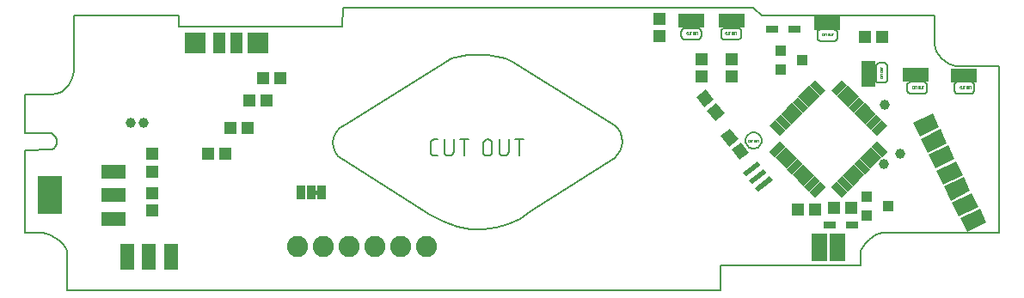
<source format=gts>
G75*
%MOIN*%
%OFA0B0*%
%FSLAX25Y25*%
%IPPOS*%
%LPD*%
%AMOC8*
5,1,8,0,0,1.08239X$1,22.5*
%
%ADD10C,0.00600*%
%ADD11C,0.00500*%
%ADD12C,0.00800*%
%ADD13C,0.00000*%
%ADD14R,0.04737X0.05131*%
%ADD15R,0.05052X0.04934*%
%ADD16R,0.05131X0.04737*%
%ADD17C,0.08200*%
%ADD18R,0.09600X0.05600*%
%ADD19R,0.09461X0.14973*%
%ADD20R,0.04343X0.03950*%
%ADD21R,0.10300X0.05300*%
%ADD22R,0.06200X0.10800*%
%ADD23R,0.05300X0.10300*%
%ADD24R,0.05957X0.08398*%
%ADD25R,0.04934X0.08477*%
%ADD26R,0.08477X0.08477*%
%ADD27R,0.05800X0.03000*%
%ADD28R,0.03000X0.05800*%
%ADD29R,0.07099X0.01981*%
%ADD30R,0.04737X0.03162*%
%ADD31R,0.03300X0.05800*%
%ADD32C,0.03950*%
D10*
X0017703Y0038877D02*
X0017703Y0053068D01*
X0017473Y0054223D01*
X0016826Y0055511D01*
X0015826Y0056843D01*
X0014540Y0058131D01*
X0013031Y0059287D01*
X0011367Y0060221D01*
X0009609Y0060847D01*
X0007826Y0061075D01*
X0001300Y0061075D01*
X0001300Y0093285D01*
X0011489Y0093363D01*
X0012380Y0093845D01*
X0013016Y0094600D01*
X0013395Y0095536D01*
X0013520Y0096561D01*
X0013391Y0097585D01*
X0013008Y0098513D01*
X0012374Y0099256D01*
X0011489Y0099720D01*
X0001300Y0099735D01*
X0001300Y0114803D02*
X0011489Y0114803D01*
X0013651Y0115090D01*
X0015486Y0115887D01*
X0017005Y0117096D01*
X0018220Y0118620D01*
X0019144Y0120362D01*
X0019789Y0122225D01*
X0020167Y0124111D01*
X0020291Y0125924D01*
X0020291Y0145461D01*
X0060762Y0145461D02*
X0060762Y0141013D01*
X0124178Y0141164D01*
X0124439Y0148568D01*
X0283611Y0148568D01*
X0286803Y0145461D01*
X0353849Y0145461D01*
X0353872Y0134183D01*
X0354104Y0132969D01*
X0354668Y0131631D01*
X0355516Y0130256D01*
X0356599Y0128933D01*
X0357869Y0127750D01*
X0359276Y0126796D01*
X0360773Y0126160D01*
X0362309Y0125929D01*
X0362585Y0125935D01*
X0378794Y0125924D01*
X0378794Y0061075D01*
X0333600Y0061075D01*
X0332610Y0060907D01*
X0331351Y0060421D01*
X0329946Y0059641D01*
X0328519Y0058595D01*
X0327194Y0057307D01*
X0326094Y0055804D01*
X0325344Y0054111D01*
X0325066Y0052254D01*
X0325066Y0048361D01*
X0270858Y0048361D01*
X0270858Y0038877D01*
X0017703Y0038877D01*
X0122690Y0090966D02*
X0124225Y0089783D01*
X0158265Y0068189D01*
X0163523Y0065449D01*
X0168754Y0063607D01*
X0173919Y0062628D01*
X0178974Y0062478D01*
X0183880Y0063119D01*
X0188596Y0064518D01*
X0193079Y0066639D01*
X0197289Y0069447D01*
X0229895Y0090159D01*
X0230978Y0091402D01*
X0231843Y0092915D01*
X0232442Y0094612D01*
X0232729Y0096404D01*
X0232659Y0098204D01*
X0232183Y0099923D01*
X0231257Y0101475D01*
X0229833Y0102771D01*
X0190100Y0127595D01*
X0187592Y0128804D01*
X0184372Y0129643D01*
X0180700Y0130126D01*
X0176836Y0130263D01*
X0173041Y0130067D01*
X0169574Y0129549D01*
X0166698Y0128721D01*
X0164671Y0127595D01*
X0125405Y0103236D01*
X0123317Y0101738D01*
X0121857Y0099993D01*
X0120989Y0098097D01*
X0120674Y0096150D01*
X0120878Y0094247D01*
X0121562Y0092486D01*
X0122690Y0090966D01*
X0158497Y0092431D02*
X0158497Y0095986D01*
X0158499Y0096060D01*
X0158505Y0096135D01*
X0158515Y0096208D01*
X0158528Y0096282D01*
X0158545Y0096354D01*
X0158567Y0096425D01*
X0158591Y0096496D01*
X0158620Y0096564D01*
X0158652Y0096632D01*
X0158688Y0096697D01*
X0158726Y0096760D01*
X0158769Y0096822D01*
X0158814Y0096881D01*
X0158862Y0096937D01*
X0158913Y0096992D01*
X0158967Y0097043D01*
X0159024Y0097091D01*
X0159083Y0097136D01*
X0159145Y0097179D01*
X0159208Y0097217D01*
X0159273Y0097253D01*
X0159341Y0097285D01*
X0159409Y0097314D01*
X0159480Y0097338D01*
X0159551Y0097360D01*
X0159623Y0097377D01*
X0159697Y0097390D01*
X0159770Y0097400D01*
X0159845Y0097406D01*
X0159919Y0097408D01*
X0161341Y0097408D01*
X0163846Y0097408D02*
X0163846Y0092786D01*
X0163848Y0092703D01*
X0163854Y0092620D01*
X0163864Y0092537D01*
X0163877Y0092454D01*
X0163895Y0092373D01*
X0163916Y0092292D01*
X0163941Y0092213D01*
X0163970Y0092135D01*
X0164002Y0092058D01*
X0164038Y0091983D01*
X0164077Y0091909D01*
X0164120Y0091838D01*
X0164166Y0091768D01*
X0164216Y0091701D01*
X0164268Y0091636D01*
X0164323Y0091574D01*
X0164382Y0091514D01*
X0164443Y0091457D01*
X0164506Y0091403D01*
X0164572Y0091352D01*
X0164641Y0091305D01*
X0164711Y0091260D01*
X0164784Y0091219D01*
X0164858Y0091182D01*
X0164934Y0091147D01*
X0165012Y0091117D01*
X0165090Y0091090D01*
X0165171Y0091067D01*
X0165252Y0091047D01*
X0165334Y0091032D01*
X0165416Y0091020D01*
X0165499Y0091012D01*
X0165582Y0091008D01*
X0165666Y0091008D01*
X0165749Y0091012D01*
X0165832Y0091020D01*
X0165914Y0091032D01*
X0165996Y0091047D01*
X0166077Y0091067D01*
X0166158Y0091090D01*
X0166236Y0091117D01*
X0166314Y0091147D01*
X0166390Y0091182D01*
X0166464Y0091219D01*
X0166537Y0091260D01*
X0166607Y0091305D01*
X0166676Y0091352D01*
X0166742Y0091403D01*
X0166805Y0091457D01*
X0166866Y0091514D01*
X0166925Y0091574D01*
X0166980Y0091636D01*
X0167032Y0091701D01*
X0167082Y0091768D01*
X0167128Y0091838D01*
X0167171Y0091909D01*
X0167210Y0091983D01*
X0167246Y0092058D01*
X0167278Y0092135D01*
X0167307Y0092213D01*
X0167332Y0092292D01*
X0167353Y0092373D01*
X0167371Y0092454D01*
X0167384Y0092537D01*
X0167394Y0092620D01*
X0167400Y0092703D01*
X0167402Y0092786D01*
X0167401Y0092786D02*
X0167401Y0097408D01*
X0169795Y0097408D02*
X0173350Y0097408D01*
X0171573Y0097408D02*
X0171573Y0091008D01*
X0178821Y0092786D02*
X0178821Y0095631D01*
X0178820Y0095631D02*
X0178822Y0095714D01*
X0178828Y0095797D01*
X0178838Y0095880D01*
X0178851Y0095963D01*
X0178869Y0096044D01*
X0178890Y0096125D01*
X0178915Y0096204D01*
X0178944Y0096282D01*
X0178976Y0096359D01*
X0179012Y0096434D01*
X0179051Y0096508D01*
X0179094Y0096579D01*
X0179140Y0096649D01*
X0179190Y0096716D01*
X0179242Y0096781D01*
X0179297Y0096843D01*
X0179356Y0096903D01*
X0179417Y0096960D01*
X0179480Y0097014D01*
X0179546Y0097065D01*
X0179615Y0097112D01*
X0179685Y0097157D01*
X0179758Y0097198D01*
X0179832Y0097235D01*
X0179908Y0097270D01*
X0179986Y0097300D01*
X0180064Y0097327D01*
X0180145Y0097350D01*
X0180226Y0097370D01*
X0180308Y0097385D01*
X0180390Y0097397D01*
X0180473Y0097405D01*
X0180556Y0097409D01*
X0180640Y0097409D01*
X0180723Y0097405D01*
X0180806Y0097397D01*
X0180888Y0097385D01*
X0180970Y0097370D01*
X0181051Y0097350D01*
X0181132Y0097327D01*
X0181210Y0097300D01*
X0181288Y0097270D01*
X0181364Y0097235D01*
X0181438Y0097198D01*
X0181511Y0097157D01*
X0181581Y0097112D01*
X0181650Y0097065D01*
X0181716Y0097014D01*
X0181779Y0096960D01*
X0181840Y0096903D01*
X0181899Y0096843D01*
X0181954Y0096781D01*
X0182006Y0096716D01*
X0182056Y0096649D01*
X0182102Y0096579D01*
X0182145Y0096508D01*
X0182184Y0096434D01*
X0182220Y0096359D01*
X0182252Y0096282D01*
X0182281Y0096204D01*
X0182306Y0096125D01*
X0182327Y0096044D01*
X0182345Y0095963D01*
X0182358Y0095880D01*
X0182368Y0095797D01*
X0182374Y0095714D01*
X0182376Y0095631D01*
X0182376Y0092786D01*
X0182374Y0092703D01*
X0182368Y0092620D01*
X0182358Y0092537D01*
X0182345Y0092454D01*
X0182327Y0092373D01*
X0182306Y0092292D01*
X0182281Y0092213D01*
X0182252Y0092135D01*
X0182220Y0092058D01*
X0182184Y0091983D01*
X0182145Y0091909D01*
X0182102Y0091838D01*
X0182056Y0091768D01*
X0182006Y0091701D01*
X0181954Y0091636D01*
X0181899Y0091574D01*
X0181840Y0091514D01*
X0181779Y0091457D01*
X0181716Y0091403D01*
X0181650Y0091352D01*
X0181581Y0091305D01*
X0181511Y0091260D01*
X0181438Y0091219D01*
X0181364Y0091182D01*
X0181288Y0091147D01*
X0181210Y0091117D01*
X0181132Y0091090D01*
X0181051Y0091067D01*
X0180970Y0091047D01*
X0180888Y0091032D01*
X0180806Y0091020D01*
X0180723Y0091012D01*
X0180640Y0091008D01*
X0180556Y0091008D01*
X0180473Y0091012D01*
X0180390Y0091020D01*
X0180308Y0091032D01*
X0180226Y0091047D01*
X0180145Y0091067D01*
X0180064Y0091090D01*
X0179986Y0091117D01*
X0179908Y0091147D01*
X0179832Y0091182D01*
X0179758Y0091219D01*
X0179685Y0091260D01*
X0179615Y0091305D01*
X0179546Y0091352D01*
X0179480Y0091403D01*
X0179417Y0091457D01*
X0179356Y0091514D01*
X0179297Y0091574D01*
X0179242Y0091636D01*
X0179190Y0091701D01*
X0179140Y0091768D01*
X0179094Y0091838D01*
X0179051Y0091909D01*
X0179012Y0091983D01*
X0178976Y0092058D01*
X0178944Y0092135D01*
X0178915Y0092213D01*
X0178890Y0092292D01*
X0178869Y0092373D01*
X0178851Y0092454D01*
X0178838Y0092537D01*
X0178828Y0092620D01*
X0178822Y0092703D01*
X0178820Y0092786D01*
X0185180Y0092786D02*
X0185180Y0097408D01*
X0188735Y0097408D02*
X0188735Y0092786D01*
X0188736Y0092786D02*
X0188734Y0092703D01*
X0188728Y0092620D01*
X0188718Y0092537D01*
X0188705Y0092454D01*
X0188687Y0092373D01*
X0188666Y0092292D01*
X0188641Y0092213D01*
X0188612Y0092135D01*
X0188580Y0092058D01*
X0188544Y0091983D01*
X0188505Y0091909D01*
X0188462Y0091838D01*
X0188416Y0091768D01*
X0188366Y0091701D01*
X0188314Y0091636D01*
X0188259Y0091574D01*
X0188200Y0091514D01*
X0188139Y0091457D01*
X0188076Y0091403D01*
X0188010Y0091352D01*
X0187941Y0091305D01*
X0187871Y0091260D01*
X0187798Y0091219D01*
X0187724Y0091182D01*
X0187648Y0091147D01*
X0187570Y0091117D01*
X0187492Y0091090D01*
X0187411Y0091067D01*
X0187330Y0091047D01*
X0187248Y0091032D01*
X0187166Y0091020D01*
X0187083Y0091012D01*
X0187000Y0091008D01*
X0186916Y0091008D01*
X0186833Y0091012D01*
X0186750Y0091020D01*
X0186668Y0091032D01*
X0186586Y0091047D01*
X0186505Y0091067D01*
X0186424Y0091090D01*
X0186346Y0091117D01*
X0186268Y0091147D01*
X0186192Y0091182D01*
X0186118Y0091219D01*
X0186045Y0091260D01*
X0185975Y0091305D01*
X0185906Y0091352D01*
X0185840Y0091403D01*
X0185777Y0091457D01*
X0185716Y0091514D01*
X0185657Y0091574D01*
X0185602Y0091636D01*
X0185550Y0091701D01*
X0185500Y0091768D01*
X0185454Y0091838D01*
X0185411Y0091909D01*
X0185372Y0091983D01*
X0185336Y0092058D01*
X0185304Y0092135D01*
X0185275Y0092213D01*
X0185250Y0092292D01*
X0185229Y0092373D01*
X0185211Y0092454D01*
X0185198Y0092537D01*
X0185188Y0092620D01*
X0185182Y0092703D01*
X0185180Y0092786D01*
X0191129Y0097408D02*
X0194684Y0097408D01*
X0192907Y0097408D02*
X0192907Y0091008D01*
X0161341Y0091008D02*
X0159919Y0091008D01*
X0159919Y0091009D02*
X0159845Y0091011D01*
X0159770Y0091017D01*
X0159697Y0091027D01*
X0159623Y0091040D01*
X0159551Y0091057D01*
X0159480Y0091079D01*
X0159409Y0091103D01*
X0159341Y0091132D01*
X0159273Y0091164D01*
X0159208Y0091200D01*
X0159145Y0091238D01*
X0159083Y0091281D01*
X0159024Y0091326D01*
X0158967Y0091374D01*
X0158913Y0091425D01*
X0158862Y0091479D01*
X0158814Y0091536D01*
X0158769Y0091595D01*
X0158726Y0091657D01*
X0158688Y0091720D01*
X0158652Y0091785D01*
X0158620Y0091853D01*
X0158591Y0091921D01*
X0158567Y0091992D01*
X0158545Y0092063D01*
X0158528Y0092135D01*
X0158515Y0092209D01*
X0158505Y0092282D01*
X0158499Y0092357D01*
X0158497Y0092431D01*
X0255811Y0136897D02*
X0255734Y0137142D01*
X0255707Y0137405D01*
X0255707Y0139289D01*
X0255734Y0139552D01*
X0255811Y0139797D01*
X0255931Y0140020D01*
X0256092Y0140213D01*
X0256285Y0140374D01*
X0256508Y0140495D01*
X0256753Y0140571D01*
X0257016Y0140598D01*
X0262092Y0140598D01*
X0262355Y0140571D01*
X0262600Y0140495D01*
X0262822Y0140374D01*
X0263016Y0140213D01*
X0263176Y0140020D01*
X0263297Y0139797D01*
X0263374Y0139552D01*
X0263400Y0139289D01*
X0263400Y0137405D01*
X0263374Y0137142D01*
X0263297Y0136897D01*
X0263176Y0136675D01*
X0263016Y0136481D01*
X0262822Y0136321D01*
X0262600Y0136200D01*
X0262355Y0136123D01*
X0262092Y0136097D01*
X0257016Y0136097D01*
X0256753Y0136123D01*
X0256508Y0136200D01*
X0256285Y0136321D01*
X0256092Y0136481D01*
X0255931Y0136675D01*
X0255811Y0136897D01*
X0271135Y0137405D02*
X0271135Y0139289D01*
X0271162Y0139552D01*
X0271239Y0139797D01*
X0271359Y0140020D01*
X0271520Y0140213D01*
X0271713Y0140374D01*
X0271935Y0140495D01*
X0272181Y0140571D01*
X0272443Y0140598D01*
X0277520Y0140598D01*
X0277783Y0140571D01*
X0278028Y0140495D01*
X0278250Y0140374D01*
X0278444Y0140213D01*
X0278604Y0140020D01*
X0278725Y0139797D01*
X0278802Y0139552D01*
X0278828Y0139289D01*
X0278828Y0137405D01*
X0278802Y0137142D01*
X0278725Y0136897D01*
X0278604Y0136675D01*
X0278444Y0136481D01*
X0278250Y0136321D01*
X0278028Y0136200D01*
X0277783Y0136123D01*
X0277520Y0136097D01*
X0272443Y0136097D01*
X0272181Y0136123D01*
X0271935Y0136200D01*
X0271713Y0136321D01*
X0271520Y0136481D01*
X0271359Y0136675D01*
X0271239Y0136897D01*
X0271162Y0137142D01*
X0271135Y0137405D01*
X0308483Y0136890D02*
X0308483Y0138774D01*
X0308510Y0139037D01*
X0308587Y0139282D01*
X0308707Y0139504D01*
X0308868Y0139698D01*
X0309061Y0139858D01*
X0309283Y0139979D01*
X0309529Y0140056D01*
X0309791Y0140082D01*
X0314868Y0140082D01*
X0315131Y0140056D01*
X0315376Y0139979D01*
X0315598Y0139858D01*
X0315792Y0139698D01*
X0315952Y0139504D01*
X0316073Y0139282D01*
X0316150Y0139037D01*
X0316176Y0138774D01*
X0316176Y0136890D01*
X0316150Y0136627D01*
X0316073Y0136382D01*
X0315952Y0136160D01*
X0315792Y0135966D01*
X0315598Y0135806D01*
X0315376Y0135685D01*
X0315131Y0135608D01*
X0314868Y0135582D01*
X0309791Y0135582D01*
X0309529Y0135608D01*
X0309283Y0135685D01*
X0309061Y0135806D01*
X0308868Y0135966D01*
X0308707Y0136160D01*
X0308587Y0136382D01*
X0308510Y0136627D01*
X0308483Y0136890D01*
X0331167Y0126223D02*
X0331288Y0126445D01*
X0331448Y0126639D01*
X0331642Y0126799D01*
X0331865Y0126920D01*
X0332109Y0126996D01*
X0332372Y0127023D01*
X0334256Y0127023D01*
X0334519Y0126996D01*
X0334765Y0126920D01*
X0334987Y0126799D01*
X0335181Y0126639D01*
X0335341Y0126445D01*
X0335462Y0126223D01*
X0335538Y0125978D01*
X0335565Y0125715D01*
X0335565Y0120638D01*
X0335538Y0120375D01*
X0335462Y0120130D01*
X0335341Y0119908D01*
X0335181Y0119714D01*
X0334987Y0119554D01*
X0334765Y0119433D01*
X0334519Y0119357D01*
X0334256Y0119330D01*
X0332372Y0119330D01*
X0332109Y0119357D01*
X0331865Y0119433D01*
X0331642Y0119554D01*
X0331448Y0119714D01*
X0331288Y0119908D01*
X0331167Y0120130D01*
X0331091Y0120375D01*
X0331064Y0120638D01*
X0331064Y0125715D01*
X0331091Y0125978D01*
X0331167Y0126223D01*
X0343477Y0119106D02*
X0343637Y0119300D01*
X0343831Y0119460D01*
X0344053Y0119581D01*
X0344298Y0119658D01*
X0344561Y0119684D01*
X0349637Y0119684D01*
X0349900Y0119658D01*
X0350145Y0119581D01*
X0350368Y0119460D01*
X0350561Y0119300D01*
X0350722Y0119106D01*
X0350843Y0118884D01*
X0350919Y0118639D01*
X0350946Y0118376D01*
X0350946Y0116492D01*
X0350919Y0116229D01*
X0350843Y0115984D01*
X0350722Y0115761D01*
X0350561Y0115567D01*
X0350368Y0115407D01*
X0350145Y0115286D01*
X0349900Y0115210D01*
X0349637Y0115183D01*
X0344561Y0115183D01*
X0344298Y0115210D01*
X0344053Y0115286D01*
X0343831Y0115407D01*
X0343637Y0115567D01*
X0343477Y0115761D01*
X0343356Y0115984D01*
X0343280Y0116229D01*
X0343253Y0116492D01*
X0343253Y0118376D01*
X0343280Y0118639D01*
X0343356Y0118884D01*
X0343477Y0119106D01*
X0361576Y0118376D02*
X0361576Y0116492D01*
X0361603Y0116229D01*
X0361680Y0115984D01*
X0361800Y0115761D01*
X0361961Y0115567D01*
X0362154Y0115407D01*
X0362377Y0115286D01*
X0362622Y0115210D01*
X0362885Y0115183D01*
X0367961Y0115183D01*
X0368224Y0115210D01*
X0368469Y0115286D01*
X0368691Y0115407D01*
X0368885Y0115567D01*
X0369045Y0115761D01*
X0369166Y0115984D01*
X0369243Y0116229D01*
X0369269Y0116492D01*
X0369269Y0118376D01*
X0369243Y0118639D01*
X0369166Y0118884D01*
X0369045Y0119106D01*
X0368885Y0119300D01*
X0368691Y0119460D01*
X0368469Y0119581D01*
X0368224Y0119658D01*
X0367961Y0119684D01*
X0362885Y0119684D01*
X0362622Y0119658D01*
X0362377Y0119581D01*
X0362154Y0119460D01*
X0361961Y0119300D01*
X0361800Y0119106D01*
X0361680Y0118884D01*
X0361603Y0118639D01*
X0361576Y0118376D01*
X0286760Y0097559D02*
X0286824Y0096924D01*
X0286764Y0097539D01*
X0286585Y0098129D01*
X0286294Y0098674D01*
X0285902Y0099151D01*
X0285425Y0099543D01*
X0284880Y0099834D01*
X0284289Y0100013D01*
X0283675Y0100074D01*
X0283060Y0100013D01*
X0282469Y0099834D01*
X0281925Y0099543D01*
X0281448Y0099151D01*
X0281056Y0098674D01*
X0280765Y0098129D01*
X0280586Y0097539D01*
X0280525Y0096924D01*
X0280586Y0096310D01*
X0280765Y0095719D01*
X0281056Y0095174D01*
X0281448Y0094697D01*
X0281925Y0094305D01*
X0282469Y0094014D01*
X0283060Y0093835D01*
X0283675Y0093774D01*
X0284289Y0093835D01*
X0284880Y0094014D01*
X0285425Y0094305D01*
X0285902Y0094697D01*
X0286294Y0095174D01*
X0286585Y0095719D01*
X0286764Y0096310D01*
X0286824Y0096924D01*
X0286760Y0096289D01*
X0286577Y0095698D01*
X0286287Y0095163D01*
X0285902Y0094697D01*
X0285436Y0094312D01*
X0284901Y0094022D01*
X0284309Y0093839D01*
X0283675Y0093774D01*
X0283040Y0093839D01*
X0282449Y0094022D01*
X0281914Y0094312D01*
X0281448Y0094697D01*
X0281063Y0095163D01*
X0280773Y0095698D01*
X0280589Y0096289D01*
X0280525Y0096924D01*
X0280589Y0097559D01*
X0280773Y0098150D01*
X0281063Y0098685D01*
X0281448Y0099151D01*
X0281914Y0099536D01*
X0282449Y0099826D01*
X0283040Y0100010D01*
X0283675Y0100074D01*
X0284309Y0100010D01*
X0284901Y0099826D01*
X0285436Y0099536D01*
X0285902Y0099151D01*
X0286287Y0098685D01*
X0286577Y0098150D01*
X0286760Y0097559D01*
D11*
X0114947Y0077208D02*
X0114947Y0076208D01*
X0113447Y0076208D01*
X0113447Y0077208D01*
X0114947Y0077208D01*
X0114947Y0077085D02*
X0113447Y0077085D01*
X0113447Y0076586D02*
X0114947Y0076586D01*
X0001300Y0099735D02*
X0001300Y0114803D01*
D12*
X0020291Y0145461D02*
X0060762Y0145461D01*
D13*
X0257697Y0138831D02*
X0257697Y0138386D01*
X0257699Y0138361D01*
X0257704Y0138336D01*
X0257713Y0138312D01*
X0257725Y0138290D01*
X0257740Y0138269D01*
X0257758Y0138251D01*
X0257779Y0138236D01*
X0257801Y0138224D01*
X0257825Y0138215D01*
X0257850Y0138210D01*
X0257875Y0138208D01*
X0258052Y0138208D01*
X0258322Y0138431D02*
X0258322Y0139008D01*
X0258052Y0139008D02*
X0257875Y0139008D01*
X0257875Y0139009D02*
X0257850Y0139007D01*
X0257825Y0139002D01*
X0257801Y0138993D01*
X0257779Y0138981D01*
X0257758Y0138966D01*
X0257740Y0138948D01*
X0257725Y0138927D01*
X0257713Y0138905D01*
X0257704Y0138881D01*
X0257699Y0138856D01*
X0257697Y0138831D01*
X0258322Y0138431D02*
X0258324Y0138402D01*
X0258330Y0138374D01*
X0258339Y0138346D01*
X0258352Y0138320D01*
X0258368Y0138296D01*
X0258387Y0138274D01*
X0258409Y0138255D01*
X0258433Y0138239D01*
X0258459Y0138226D01*
X0258487Y0138217D01*
X0258515Y0138211D01*
X0258544Y0138209D01*
X0258573Y0138211D01*
X0258601Y0138217D01*
X0258629Y0138226D01*
X0258655Y0138239D01*
X0258679Y0138255D01*
X0258701Y0138274D01*
X0258720Y0138296D01*
X0258736Y0138320D01*
X0258749Y0138346D01*
X0258758Y0138374D01*
X0258764Y0138402D01*
X0258766Y0138431D01*
X0258766Y0139008D01*
X0259018Y0139008D02*
X0259462Y0139008D01*
X0259240Y0139008D02*
X0259240Y0138208D01*
X0260074Y0138431D02*
X0260074Y0138786D01*
X0260076Y0138815D01*
X0260082Y0138843D01*
X0260091Y0138871D01*
X0260104Y0138897D01*
X0260120Y0138921D01*
X0260139Y0138943D01*
X0260161Y0138962D01*
X0260185Y0138978D01*
X0260211Y0138991D01*
X0260239Y0139000D01*
X0260267Y0139006D01*
X0260296Y0139008D01*
X0260325Y0139006D01*
X0260353Y0139000D01*
X0260381Y0138991D01*
X0260407Y0138978D01*
X0260431Y0138962D01*
X0260453Y0138943D01*
X0260472Y0138921D01*
X0260488Y0138897D01*
X0260501Y0138871D01*
X0260510Y0138843D01*
X0260516Y0138815D01*
X0260518Y0138786D01*
X0260518Y0138431D01*
X0260516Y0138402D01*
X0260510Y0138374D01*
X0260501Y0138346D01*
X0260488Y0138320D01*
X0260472Y0138296D01*
X0260453Y0138274D01*
X0260431Y0138255D01*
X0260407Y0138239D01*
X0260381Y0138226D01*
X0260353Y0138217D01*
X0260325Y0138211D01*
X0260296Y0138209D01*
X0260267Y0138211D01*
X0260239Y0138217D01*
X0260211Y0138226D01*
X0260185Y0138239D01*
X0260161Y0138255D01*
X0260139Y0138274D01*
X0260120Y0138296D01*
X0260104Y0138320D01*
X0260091Y0138346D01*
X0260082Y0138374D01*
X0260076Y0138402D01*
X0260074Y0138431D01*
X0260818Y0138431D02*
X0260818Y0139008D01*
X0261262Y0139008D02*
X0261262Y0138431D01*
X0261260Y0138402D01*
X0261254Y0138374D01*
X0261245Y0138346D01*
X0261232Y0138320D01*
X0261216Y0138296D01*
X0261197Y0138274D01*
X0261175Y0138255D01*
X0261151Y0138239D01*
X0261125Y0138226D01*
X0261097Y0138217D01*
X0261069Y0138211D01*
X0261040Y0138209D01*
X0261011Y0138211D01*
X0260983Y0138217D01*
X0260955Y0138226D01*
X0260929Y0138239D01*
X0260905Y0138255D01*
X0260883Y0138274D01*
X0260864Y0138296D01*
X0260848Y0138320D01*
X0260835Y0138346D01*
X0260826Y0138374D01*
X0260820Y0138402D01*
X0260818Y0138431D01*
X0261514Y0139008D02*
X0261958Y0139008D01*
X0261736Y0139008D02*
X0261736Y0138208D01*
X0272697Y0138386D02*
X0272697Y0138831D01*
X0272699Y0138856D01*
X0272704Y0138881D01*
X0272713Y0138905D01*
X0272725Y0138927D01*
X0272740Y0138948D01*
X0272758Y0138966D01*
X0272779Y0138981D01*
X0272801Y0138993D01*
X0272825Y0139002D01*
X0272850Y0139007D01*
X0272875Y0139009D01*
X0272875Y0139008D02*
X0273052Y0139008D01*
X0273322Y0139008D02*
X0273322Y0138431D01*
X0273324Y0138402D01*
X0273330Y0138374D01*
X0273339Y0138346D01*
X0273352Y0138320D01*
X0273368Y0138296D01*
X0273387Y0138274D01*
X0273409Y0138255D01*
X0273433Y0138239D01*
X0273459Y0138226D01*
X0273487Y0138217D01*
X0273515Y0138211D01*
X0273544Y0138209D01*
X0273573Y0138211D01*
X0273601Y0138217D01*
X0273629Y0138226D01*
X0273655Y0138239D01*
X0273679Y0138255D01*
X0273701Y0138274D01*
X0273720Y0138296D01*
X0273736Y0138320D01*
X0273749Y0138346D01*
X0273758Y0138374D01*
X0273764Y0138402D01*
X0273766Y0138431D01*
X0273766Y0139008D01*
X0274018Y0139008D02*
X0274462Y0139008D01*
X0274240Y0139008D02*
X0274240Y0138208D01*
X0275074Y0138431D02*
X0275074Y0138786D01*
X0275076Y0138815D01*
X0275082Y0138843D01*
X0275091Y0138871D01*
X0275104Y0138897D01*
X0275120Y0138921D01*
X0275139Y0138943D01*
X0275161Y0138962D01*
X0275185Y0138978D01*
X0275211Y0138991D01*
X0275239Y0139000D01*
X0275267Y0139006D01*
X0275296Y0139008D01*
X0275325Y0139006D01*
X0275353Y0139000D01*
X0275381Y0138991D01*
X0275407Y0138978D01*
X0275431Y0138962D01*
X0275453Y0138943D01*
X0275472Y0138921D01*
X0275488Y0138897D01*
X0275501Y0138871D01*
X0275510Y0138843D01*
X0275516Y0138815D01*
X0275518Y0138786D01*
X0275518Y0138431D01*
X0275516Y0138402D01*
X0275510Y0138374D01*
X0275501Y0138346D01*
X0275488Y0138320D01*
X0275472Y0138296D01*
X0275453Y0138274D01*
X0275431Y0138255D01*
X0275407Y0138239D01*
X0275381Y0138226D01*
X0275353Y0138217D01*
X0275325Y0138211D01*
X0275296Y0138209D01*
X0275267Y0138211D01*
X0275239Y0138217D01*
X0275211Y0138226D01*
X0275185Y0138239D01*
X0275161Y0138255D01*
X0275139Y0138274D01*
X0275120Y0138296D01*
X0275104Y0138320D01*
X0275091Y0138346D01*
X0275082Y0138374D01*
X0275076Y0138402D01*
X0275074Y0138431D01*
X0275818Y0138431D02*
X0275818Y0139008D01*
X0276262Y0139008D02*
X0276262Y0138431D01*
X0276260Y0138402D01*
X0276254Y0138374D01*
X0276245Y0138346D01*
X0276232Y0138320D01*
X0276216Y0138296D01*
X0276197Y0138274D01*
X0276175Y0138255D01*
X0276151Y0138239D01*
X0276125Y0138226D01*
X0276097Y0138217D01*
X0276069Y0138211D01*
X0276040Y0138209D01*
X0276011Y0138211D01*
X0275983Y0138217D01*
X0275955Y0138226D01*
X0275929Y0138239D01*
X0275905Y0138255D01*
X0275883Y0138274D01*
X0275864Y0138296D01*
X0275848Y0138320D01*
X0275835Y0138346D01*
X0275826Y0138374D01*
X0275820Y0138402D01*
X0275818Y0138431D01*
X0276514Y0139008D02*
X0276958Y0139008D01*
X0276736Y0139008D02*
X0276736Y0138208D01*
X0273052Y0138208D02*
X0272875Y0138208D01*
X0272850Y0138210D01*
X0272825Y0138215D01*
X0272801Y0138224D01*
X0272779Y0138236D01*
X0272758Y0138251D01*
X0272740Y0138269D01*
X0272725Y0138290D01*
X0272713Y0138312D01*
X0272704Y0138336D01*
X0272699Y0138361D01*
X0272697Y0138386D01*
X0310197Y0138331D02*
X0310197Y0137886D01*
X0310199Y0137861D01*
X0310204Y0137836D01*
X0310213Y0137812D01*
X0310225Y0137790D01*
X0310240Y0137769D01*
X0310258Y0137751D01*
X0310279Y0137736D01*
X0310301Y0137724D01*
X0310325Y0137715D01*
X0310350Y0137710D01*
X0310375Y0137708D01*
X0310552Y0137708D01*
X0310822Y0137931D02*
X0310822Y0138508D01*
X0310552Y0138508D02*
X0310375Y0138508D01*
X0310375Y0138509D02*
X0310350Y0138507D01*
X0310325Y0138502D01*
X0310301Y0138493D01*
X0310279Y0138481D01*
X0310258Y0138466D01*
X0310240Y0138448D01*
X0310225Y0138427D01*
X0310213Y0138405D01*
X0310204Y0138381D01*
X0310199Y0138356D01*
X0310197Y0138331D01*
X0310822Y0137931D02*
X0310824Y0137902D01*
X0310830Y0137874D01*
X0310839Y0137846D01*
X0310852Y0137820D01*
X0310868Y0137796D01*
X0310887Y0137774D01*
X0310909Y0137755D01*
X0310933Y0137739D01*
X0310959Y0137726D01*
X0310987Y0137717D01*
X0311015Y0137711D01*
X0311044Y0137709D01*
X0311073Y0137711D01*
X0311101Y0137717D01*
X0311129Y0137726D01*
X0311155Y0137739D01*
X0311179Y0137755D01*
X0311201Y0137774D01*
X0311220Y0137796D01*
X0311236Y0137820D01*
X0311249Y0137846D01*
X0311258Y0137874D01*
X0311264Y0137902D01*
X0311266Y0137931D01*
X0311266Y0138508D01*
X0311518Y0138508D02*
X0311962Y0138508D01*
X0311740Y0138508D02*
X0311740Y0137708D01*
X0312574Y0137931D02*
X0312574Y0138286D01*
X0312576Y0138315D01*
X0312582Y0138343D01*
X0312591Y0138371D01*
X0312604Y0138397D01*
X0312620Y0138421D01*
X0312639Y0138443D01*
X0312661Y0138462D01*
X0312685Y0138478D01*
X0312711Y0138491D01*
X0312739Y0138500D01*
X0312767Y0138506D01*
X0312796Y0138508D01*
X0312825Y0138506D01*
X0312853Y0138500D01*
X0312881Y0138491D01*
X0312907Y0138478D01*
X0312931Y0138462D01*
X0312953Y0138443D01*
X0312972Y0138421D01*
X0312988Y0138397D01*
X0313001Y0138371D01*
X0313010Y0138343D01*
X0313016Y0138315D01*
X0313018Y0138286D01*
X0313018Y0137931D01*
X0313016Y0137902D01*
X0313010Y0137874D01*
X0313001Y0137846D01*
X0312988Y0137820D01*
X0312972Y0137796D01*
X0312953Y0137774D01*
X0312931Y0137755D01*
X0312907Y0137739D01*
X0312881Y0137726D01*
X0312853Y0137717D01*
X0312825Y0137711D01*
X0312796Y0137709D01*
X0312767Y0137711D01*
X0312739Y0137717D01*
X0312711Y0137726D01*
X0312685Y0137739D01*
X0312661Y0137755D01*
X0312639Y0137774D01*
X0312620Y0137796D01*
X0312604Y0137820D01*
X0312591Y0137846D01*
X0312582Y0137874D01*
X0312576Y0137902D01*
X0312574Y0137931D01*
X0313318Y0137931D02*
X0313318Y0138508D01*
X0313762Y0138508D02*
X0313762Y0137931D01*
X0313760Y0137902D01*
X0313754Y0137874D01*
X0313745Y0137846D01*
X0313732Y0137820D01*
X0313716Y0137796D01*
X0313697Y0137774D01*
X0313675Y0137755D01*
X0313651Y0137739D01*
X0313625Y0137726D01*
X0313597Y0137717D01*
X0313569Y0137711D01*
X0313540Y0137709D01*
X0313511Y0137711D01*
X0313483Y0137717D01*
X0313455Y0137726D01*
X0313429Y0137739D01*
X0313405Y0137755D01*
X0313383Y0137774D01*
X0313364Y0137796D01*
X0313348Y0137820D01*
X0313335Y0137846D01*
X0313326Y0137874D01*
X0313320Y0137902D01*
X0313318Y0137931D01*
X0314014Y0138508D02*
X0314458Y0138508D01*
X0314236Y0138508D02*
X0314236Y0137708D01*
X0332897Y0125470D02*
X0332897Y0125025D01*
X0332897Y0125248D02*
X0333697Y0125248D01*
X0333475Y0124774D02*
X0332897Y0124774D01*
X0332897Y0124329D02*
X0333475Y0124329D01*
X0333475Y0124330D02*
X0333504Y0124332D01*
X0333532Y0124338D01*
X0333560Y0124347D01*
X0333586Y0124360D01*
X0333610Y0124376D01*
X0333632Y0124395D01*
X0333651Y0124417D01*
X0333667Y0124441D01*
X0333680Y0124467D01*
X0333689Y0124495D01*
X0333695Y0124523D01*
X0333697Y0124552D01*
X0333695Y0124581D01*
X0333689Y0124609D01*
X0333680Y0124637D01*
X0333667Y0124663D01*
X0333651Y0124687D01*
X0333632Y0124709D01*
X0333610Y0124728D01*
X0333586Y0124744D01*
X0333560Y0124757D01*
X0333532Y0124766D01*
X0333504Y0124772D01*
X0333475Y0124774D01*
X0333475Y0124030D02*
X0333119Y0124030D01*
X0333090Y0124028D01*
X0333062Y0124022D01*
X0333034Y0124013D01*
X0333008Y0124000D01*
X0332984Y0123984D01*
X0332962Y0123965D01*
X0332943Y0123943D01*
X0332927Y0123919D01*
X0332914Y0123893D01*
X0332905Y0123865D01*
X0332899Y0123837D01*
X0332897Y0123808D01*
X0332899Y0123779D01*
X0332905Y0123751D01*
X0332914Y0123723D01*
X0332927Y0123697D01*
X0332943Y0123673D01*
X0332962Y0123651D01*
X0332984Y0123632D01*
X0333008Y0123616D01*
X0333034Y0123603D01*
X0333062Y0123594D01*
X0333090Y0123588D01*
X0333119Y0123586D01*
X0333119Y0123585D02*
X0333475Y0123585D01*
X0333475Y0123586D02*
X0333504Y0123588D01*
X0333532Y0123594D01*
X0333560Y0123603D01*
X0333586Y0123616D01*
X0333610Y0123632D01*
X0333632Y0123651D01*
X0333651Y0123673D01*
X0333667Y0123697D01*
X0333680Y0123723D01*
X0333689Y0123751D01*
X0333695Y0123779D01*
X0333697Y0123808D01*
X0333695Y0123837D01*
X0333689Y0123865D01*
X0333680Y0123893D01*
X0333667Y0123919D01*
X0333651Y0123943D01*
X0333632Y0123965D01*
X0333610Y0123984D01*
X0333586Y0124000D01*
X0333560Y0124013D01*
X0333532Y0124022D01*
X0333504Y0124028D01*
X0333475Y0124030D01*
X0332897Y0122974D02*
X0332897Y0122529D01*
X0332897Y0122752D02*
X0333697Y0122752D01*
X0333475Y0122278D02*
X0332897Y0122278D01*
X0332897Y0121833D02*
X0333475Y0121833D01*
X0333475Y0121834D02*
X0333504Y0121836D01*
X0333532Y0121842D01*
X0333560Y0121851D01*
X0333586Y0121864D01*
X0333610Y0121880D01*
X0333632Y0121899D01*
X0333651Y0121921D01*
X0333667Y0121945D01*
X0333680Y0121971D01*
X0333689Y0121999D01*
X0333695Y0122027D01*
X0333697Y0122056D01*
X0333695Y0122085D01*
X0333689Y0122113D01*
X0333680Y0122141D01*
X0333667Y0122167D01*
X0333651Y0122191D01*
X0333632Y0122213D01*
X0333610Y0122232D01*
X0333586Y0122248D01*
X0333560Y0122261D01*
X0333532Y0122270D01*
X0333504Y0122276D01*
X0333475Y0122278D01*
X0333697Y0121564D02*
X0333697Y0121386D01*
X0333695Y0121361D01*
X0333690Y0121336D01*
X0333681Y0121312D01*
X0333669Y0121290D01*
X0333654Y0121269D01*
X0333636Y0121251D01*
X0333615Y0121236D01*
X0333593Y0121224D01*
X0333569Y0121215D01*
X0333544Y0121210D01*
X0333519Y0121208D01*
X0333075Y0121208D01*
X0333050Y0121210D01*
X0333025Y0121215D01*
X0333001Y0121224D01*
X0332979Y0121236D01*
X0332958Y0121251D01*
X0332940Y0121269D01*
X0332925Y0121290D01*
X0332913Y0121312D01*
X0332904Y0121336D01*
X0332899Y0121361D01*
X0332897Y0121386D01*
X0332897Y0121564D01*
X0345197Y0117831D02*
X0345197Y0117386D01*
X0345199Y0117361D01*
X0345204Y0117336D01*
X0345213Y0117312D01*
X0345225Y0117290D01*
X0345240Y0117269D01*
X0345258Y0117251D01*
X0345279Y0117236D01*
X0345301Y0117224D01*
X0345325Y0117215D01*
X0345350Y0117210D01*
X0345375Y0117208D01*
X0345552Y0117208D01*
X0345822Y0117431D02*
X0345822Y0118008D01*
X0345552Y0118008D02*
X0345375Y0118008D01*
X0345375Y0118009D02*
X0345350Y0118007D01*
X0345325Y0118002D01*
X0345301Y0117993D01*
X0345279Y0117981D01*
X0345258Y0117966D01*
X0345240Y0117948D01*
X0345225Y0117927D01*
X0345213Y0117905D01*
X0345204Y0117881D01*
X0345199Y0117856D01*
X0345197Y0117831D01*
X0345822Y0117431D02*
X0345824Y0117402D01*
X0345830Y0117374D01*
X0345839Y0117346D01*
X0345852Y0117320D01*
X0345868Y0117296D01*
X0345887Y0117274D01*
X0345909Y0117255D01*
X0345933Y0117239D01*
X0345959Y0117226D01*
X0345987Y0117217D01*
X0346015Y0117211D01*
X0346044Y0117209D01*
X0346073Y0117211D01*
X0346101Y0117217D01*
X0346129Y0117226D01*
X0346155Y0117239D01*
X0346179Y0117255D01*
X0346201Y0117274D01*
X0346220Y0117296D01*
X0346236Y0117320D01*
X0346249Y0117346D01*
X0346258Y0117374D01*
X0346264Y0117402D01*
X0346266Y0117431D01*
X0346266Y0118008D01*
X0346518Y0118008D02*
X0346962Y0118008D01*
X0346740Y0118008D02*
X0346740Y0117208D01*
X0347574Y0117431D02*
X0347574Y0117786D01*
X0347576Y0117815D01*
X0347582Y0117843D01*
X0347591Y0117871D01*
X0347604Y0117897D01*
X0347620Y0117921D01*
X0347639Y0117943D01*
X0347661Y0117962D01*
X0347685Y0117978D01*
X0347711Y0117991D01*
X0347739Y0118000D01*
X0347767Y0118006D01*
X0347796Y0118008D01*
X0347825Y0118006D01*
X0347853Y0118000D01*
X0347881Y0117991D01*
X0347907Y0117978D01*
X0347931Y0117962D01*
X0347953Y0117943D01*
X0347972Y0117921D01*
X0347988Y0117897D01*
X0348001Y0117871D01*
X0348010Y0117843D01*
X0348016Y0117815D01*
X0348018Y0117786D01*
X0348018Y0117431D01*
X0348016Y0117402D01*
X0348010Y0117374D01*
X0348001Y0117346D01*
X0347988Y0117320D01*
X0347972Y0117296D01*
X0347953Y0117274D01*
X0347931Y0117255D01*
X0347907Y0117239D01*
X0347881Y0117226D01*
X0347853Y0117217D01*
X0347825Y0117211D01*
X0347796Y0117209D01*
X0347767Y0117211D01*
X0347739Y0117217D01*
X0347711Y0117226D01*
X0347685Y0117239D01*
X0347661Y0117255D01*
X0347639Y0117274D01*
X0347620Y0117296D01*
X0347604Y0117320D01*
X0347591Y0117346D01*
X0347582Y0117374D01*
X0347576Y0117402D01*
X0347574Y0117431D01*
X0348318Y0117431D02*
X0348318Y0118008D01*
X0348762Y0118008D02*
X0348762Y0117431D01*
X0348760Y0117402D01*
X0348754Y0117374D01*
X0348745Y0117346D01*
X0348732Y0117320D01*
X0348716Y0117296D01*
X0348697Y0117274D01*
X0348675Y0117255D01*
X0348651Y0117239D01*
X0348625Y0117226D01*
X0348597Y0117217D01*
X0348569Y0117211D01*
X0348540Y0117209D01*
X0348511Y0117211D01*
X0348483Y0117217D01*
X0348455Y0117226D01*
X0348429Y0117239D01*
X0348405Y0117255D01*
X0348383Y0117274D01*
X0348364Y0117296D01*
X0348348Y0117320D01*
X0348335Y0117346D01*
X0348326Y0117374D01*
X0348320Y0117402D01*
X0348318Y0117431D01*
X0349014Y0118008D02*
X0349458Y0118008D01*
X0349236Y0118008D02*
X0349236Y0117208D01*
X0363697Y0117386D02*
X0363697Y0117831D01*
X0363699Y0117856D01*
X0363704Y0117881D01*
X0363713Y0117905D01*
X0363725Y0117927D01*
X0363740Y0117948D01*
X0363758Y0117966D01*
X0363779Y0117981D01*
X0363801Y0117993D01*
X0363825Y0118002D01*
X0363850Y0118007D01*
X0363875Y0118009D01*
X0363875Y0118008D02*
X0364052Y0118008D01*
X0364322Y0118008D02*
X0364322Y0117431D01*
X0364324Y0117402D01*
X0364330Y0117374D01*
X0364339Y0117346D01*
X0364352Y0117320D01*
X0364368Y0117296D01*
X0364387Y0117274D01*
X0364409Y0117255D01*
X0364433Y0117239D01*
X0364459Y0117226D01*
X0364487Y0117217D01*
X0364515Y0117211D01*
X0364544Y0117209D01*
X0364573Y0117211D01*
X0364601Y0117217D01*
X0364629Y0117226D01*
X0364655Y0117239D01*
X0364679Y0117255D01*
X0364701Y0117274D01*
X0364720Y0117296D01*
X0364736Y0117320D01*
X0364749Y0117346D01*
X0364758Y0117374D01*
X0364764Y0117402D01*
X0364766Y0117431D01*
X0364766Y0118008D01*
X0365018Y0118008D02*
X0365462Y0118008D01*
X0365240Y0118008D02*
X0365240Y0117208D01*
X0366074Y0117431D02*
X0366074Y0117786D01*
X0366076Y0117815D01*
X0366082Y0117843D01*
X0366091Y0117871D01*
X0366104Y0117897D01*
X0366120Y0117921D01*
X0366139Y0117943D01*
X0366161Y0117962D01*
X0366185Y0117978D01*
X0366211Y0117991D01*
X0366239Y0118000D01*
X0366267Y0118006D01*
X0366296Y0118008D01*
X0366325Y0118006D01*
X0366353Y0118000D01*
X0366381Y0117991D01*
X0366407Y0117978D01*
X0366431Y0117962D01*
X0366453Y0117943D01*
X0366472Y0117921D01*
X0366488Y0117897D01*
X0366501Y0117871D01*
X0366510Y0117843D01*
X0366516Y0117815D01*
X0366518Y0117786D01*
X0366518Y0117431D01*
X0366516Y0117402D01*
X0366510Y0117374D01*
X0366501Y0117346D01*
X0366488Y0117320D01*
X0366472Y0117296D01*
X0366453Y0117274D01*
X0366431Y0117255D01*
X0366407Y0117239D01*
X0366381Y0117226D01*
X0366353Y0117217D01*
X0366325Y0117211D01*
X0366296Y0117209D01*
X0366267Y0117211D01*
X0366239Y0117217D01*
X0366211Y0117226D01*
X0366185Y0117239D01*
X0366161Y0117255D01*
X0366139Y0117274D01*
X0366120Y0117296D01*
X0366104Y0117320D01*
X0366091Y0117346D01*
X0366082Y0117374D01*
X0366076Y0117402D01*
X0366074Y0117431D01*
X0366818Y0117431D02*
X0366818Y0118008D01*
X0367262Y0118008D02*
X0367262Y0117431D01*
X0367260Y0117402D01*
X0367254Y0117374D01*
X0367245Y0117346D01*
X0367232Y0117320D01*
X0367216Y0117296D01*
X0367197Y0117274D01*
X0367175Y0117255D01*
X0367151Y0117239D01*
X0367125Y0117226D01*
X0367097Y0117217D01*
X0367069Y0117211D01*
X0367040Y0117209D01*
X0367011Y0117211D01*
X0366983Y0117217D01*
X0366955Y0117226D01*
X0366929Y0117239D01*
X0366905Y0117255D01*
X0366883Y0117274D01*
X0366864Y0117296D01*
X0366848Y0117320D01*
X0366835Y0117346D01*
X0366826Y0117374D01*
X0366820Y0117402D01*
X0366818Y0117431D01*
X0367514Y0118008D02*
X0367958Y0118008D01*
X0367736Y0118008D02*
X0367736Y0117208D01*
X0364052Y0117208D02*
X0363875Y0117208D01*
X0363850Y0117210D01*
X0363825Y0117215D01*
X0363801Y0117224D01*
X0363779Y0117236D01*
X0363758Y0117251D01*
X0363740Y0117269D01*
X0363725Y0117290D01*
X0363713Y0117312D01*
X0363704Y0117336D01*
X0363699Y0117361D01*
X0363697Y0117386D01*
X0285697Y0097208D02*
X0285252Y0097208D01*
X0285475Y0097208D02*
X0285475Y0096408D01*
X0285001Y0096631D02*
X0285001Y0097208D01*
X0284556Y0097208D02*
X0284556Y0096631D01*
X0284557Y0096631D02*
X0284559Y0096602D01*
X0284565Y0096574D01*
X0284574Y0096546D01*
X0284587Y0096520D01*
X0284603Y0096496D01*
X0284622Y0096474D01*
X0284644Y0096455D01*
X0284668Y0096439D01*
X0284694Y0096426D01*
X0284722Y0096417D01*
X0284750Y0096411D01*
X0284779Y0096409D01*
X0284808Y0096411D01*
X0284836Y0096417D01*
X0284864Y0096426D01*
X0284890Y0096439D01*
X0284914Y0096455D01*
X0284936Y0096474D01*
X0284955Y0096496D01*
X0284971Y0096520D01*
X0284984Y0096546D01*
X0284993Y0096574D01*
X0284999Y0096602D01*
X0285001Y0096631D01*
X0284257Y0096631D02*
X0284257Y0096986D01*
X0284255Y0097015D01*
X0284249Y0097043D01*
X0284240Y0097071D01*
X0284227Y0097097D01*
X0284211Y0097121D01*
X0284192Y0097143D01*
X0284170Y0097162D01*
X0284146Y0097178D01*
X0284120Y0097191D01*
X0284092Y0097200D01*
X0284064Y0097206D01*
X0284035Y0097208D01*
X0284006Y0097206D01*
X0283978Y0097200D01*
X0283950Y0097191D01*
X0283924Y0097178D01*
X0283900Y0097162D01*
X0283878Y0097143D01*
X0283859Y0097121D01*
X0283843Y0097097D01*
X0283830Y0097071D01*
X0283821Y0097043D01*
X0283815Y0097015D01*
X0283813Y0096986D01*
X0283812Y0096986D02*
X0283812Y0096631D01*
X0283813Y0096631D02*
X0283815Y0096602D01*
X0283821Y0096574D01*
X0283830Y0096546D01*
X0283843Y0096520D01*
X0283859Y0096496D01*
X0283878Y0096474D01*
X0283900Y0096455D01*
X0283924Y0096439D01*
X0283950Y0096426D01*
X0283978Y0096417D01*
X0284006Y0096411D01*
X0284035Y0096409D01*
X0284064Y0096411D01*
X0284092Y0096417D01*
X0284120Y0096426D01*
X0284146Y0096439D01*
X0284170Y0096455D01*
X0284192Y0096474D01*
X0284211Y0096496D01*
X0284227Y0096520D01*
X0284240Y0096546D01*
X0284249Y0096574D01*
X0284255Y0096602D01*
X0284257Y0096631D01*
X0283201Y0097208D02*
X0282756Y0097208D01*
X0282979Y0097208D02*
X0282979Y0096408D01*
X0282505Y0096631D02*
X0282505Y0097208D01*
X0282060Y0097208D02*
X0282060Y0096631D01*
X0282061Y0096631D02*
X0282063Y0096602D01*
X0282069Y0096574D01*
X0282078Y0096546D01*
X0282091Y0096520D01*
X0282107Y0096496D01*
X0282126Y0096474D01*
X0282148Y0096455D01*
X0282172Y0096439D01*
X0282198Y0096426D01*
X0282226Y0096417D01*
X0282254Y0096411D01*
X0282283Y0096409D01*
X0282312Y0096411D01*
X0282340Y0096417D01*
X0282368Y0096426D01*
X0282394Y0096439D01*
X0282418Y0096455D01*
X0282440Y0096474D01*
X0282459Y0096496D01*
X0282475Y0096520D01*
X0282488Y0096546D01*
X0282497Y0096574D01*
X0282503Y0096602D01*
X0282505Y0096631D01*
X0281791Y0096408D02*
X0281613Y0096408D01*
X0281588Y0096410D01*
X0281563Y0096415D01*
X0281539Y0096424D01*
X0281517Y0096436D01*
X0281496Y0096451D01*
X0281478Y0096469D01*
X0281463Y0096490D01*
X0281451Y0096512D01*
X0281442Y0096536D01*
X0281437Y0096561D01*
X0281435Y0096586D01*
X0281435Y0097031D01*
X0281437Y0097056D01*
X0281442Y0097081D01*
X0281451Y0097105D01*
X0281463Y0097127D01*
X0281478Y0097148D01*
X0281496Y0097166D01*
X0281517Y0097181D01*
X0281539Y0097193D01*
X0281563Y0097202D01*
X0281588Y0097207D01*
X0281613Y0097209D01*
X0281613Y0097208D02*
X0281791Y0097208D01*
D14*
X0300850Y0070208D03*
X0307543Y0070208D03*
X0314850Y0070708D03*
X0321543Y0070708D03*
X0326850Y0137208D03*
X0333543Y0137208D03*
X0100293Y0121208D03*
X0093600Y0121208D03*
X0094793Y0112458D03*
X0088100Y0112458D03*
X0087543Y0101958D03*
X0080850Y0101958D03*
X0079043Y0091708D03*
X0072350Y0091708D03*
X0050697Y0076555D03*
X0050697Y0069862D03*
D15*
X0050697Y0084763D03*
X0050697Y0091653D03*
D16*
X0247197Y0137362D03*
X0247197Y0144055D03*
X0263447Y0128555D03*
X0275197Y0128555D03*
X0275197Y0121862D03*
X0263447Y0121862D03*
G36*
X0265173Y0116824D02*
X0268332Y0112782D01*
X0264601Y0109866D01*
X0261442Y0113908D01*
X0265173Y0116824D01*
G37*
G36*
X0269293Y0111550D02*
X0272452Y0107508D01*
X0268721Y0104592D01*
X0265562Y0108634D01*
X0269293Y0111550D01*
G37*
G36*
X0274673Y0101574D02*
X0277832Y0097532D01*
X0274101Y0094616D01*
X0270942Y0098658D01*
X0274673Y0101574D01*
G37*
G36*
X0278793Y0096300D02*
X0281952Y0092258D01*
X0278221Y0089342D01*
X0275062Y0093384D01*
X0278793Y0096300D01*
G37*
D17*
X0156947Y0055708D03*
X0146947Y0055708D03*
X0136947Y0055708D03*
X0126947Y0055708D03*
X0116947Y0055708D03*
X0106947Y0055708D03*
D18*
X0035397Y0066608D03*
X0035397Y0075708D03*
X0035397Y0084808D03*
D19*
X0010996Y0075708D03*
D20*
X0294260Y0124468D03*
X0302528Y0128208D03*
X0294260Y0131948D03*
X0327510Y0075198D03*
X0335778Y0071458D03*
X0327510Y0067718D03*
D21*
X0346697Y0122448D03*
X0365197Y0122263D03*
X0312197Y0142319D03*
X0275197Y0143578D03*
X0259697Y0143393D03*
D22*
X0309197Y0055319D03*
X0316197Y0055319D03*
D23*
X0328272Y0122708D03*
X0057854Y0051748D03*
X0049354Y0051748D03*
X0040854Y0051748D03*
D24*
G36*
X0348129Y0098491D02*
X0345518Y0103843D01*
X0353065Y0107525D01*
X0355676Y0102173D01*
X0348129Y0098491D01*
G37*
G36*
X0351129Y0092291D02*
X0348518Y0097643D01*
X0356065Y0101325D01*
X0358676Y0095973D01*
X0351129Y0092291D01*
G37*
G36*
X0354129Y0086091D02*
X0351518Y0091443D01*
X0359065Y0095125D01*
X0361676Y0089773D01*
X0354129Y0086091D01*
G37*
G36*
X0357179Y0079841D02*
X0354568Y0085193D01*
X0362115Y0088875D01*
X0364726Y0083523D01*
X0357179Y0079841D01*
G37*
G36*
X0360129Y0073641D02*
X0357518Y0078993D01*
X0365065Y0082675D01*
X0367676Y0077323D01*
X0360129Y0073641D01*
G37*
G36*
X0363279Y0067491D02*
X0360668Y0072843D01*
X0368215Y0076525D01*
X0370826Y0071173D01*
X0363279Y0067491D01*
G37*
G36*
X0366479Y0061491D02*
X0363868Y0066843D01*
X0371415Y0070525D01*
X0374026Y0065173D01*
X0366479Y0061491D01*
G37*
D25*
X0083097Y0134808D03*
X0076597Y0134708D03*
D26*
X0067297Y0134658D03*
X0091497Y0134708D03*
D27*
G36*
X0296063Y0094542D02*
X0291963Y0090442D01*
X0289841Y0092564D01*
X0293941Y0096664D01*
X0296063Y0094542D01*
G37*
G36*
X0298290Y0092315D02*
X0294190Y0088215D01*
X0292068Y0090337D01*
X0296168Y0094437D01*
X0298290Y0092315D01*
G37*
G36*
X0300517Y0090088D02*
X0296417Y0085988D01*
X0294295Y0088110D01*
X0298395Y0092210D01*
X0300517Y0090088D01*
G37*
G36*
X0302744Y0087861D02*
X0298644Y0083761D01*
X0296522Y0085883D01*
X0300622Y0089983D01*
X0302744Y0087861D01*
G37*
G36*
X0304971Y0085634D02*
X0300871Y0081534D01*
X0298749Y0083656D01*
X0302849Y0087756D01*
X0304971Y0085634D01*
G37*
G36*
X0307198Y0083407D02*
X0303098Y0079307D01*
X0300976Y0081429D01*
X0305076Y0085529D01*
X0307198Y0083407D01*
G37*
G36*
X0309426Y0081179D02*
X0305326Y0077079D01*
X0303204Y0079201D01*
X0307304Y0083301D01*
X0309426Y0081179D01*
G37*
G36*
X0311653Y0078952D02*
X0307553Y0074852D01*
X0305431Y0076974D01*
X0309531Y0081074D01*
X0311653Y0078952D01*
G37*
G36*
X0335553Y0102853D02*
X0331453Y0098753D01*
X0329331Y0100875D01*
X0333431Y0104975D01*
X0335553Y0102853D01*
G37*
G36*
X0333326Y0105080D02*
X0329226Y0100980D01*
X0327104Y0103102D01*
X0331204Y0107202D01*
X0333326Y0105080D01*
G37*
G36*
X0331099Y0107307D02*
X0326999Y0103207D01*
X0324877Y0105329D01*
X0328977Y0109429D01*
X0331099Y0107307D01*
G37*
G36*
X0328872Y0109534D02*
X0324772Y0105434D01*
X0322650Y0107556D01*
X0326750Y0111656D01*
X0328872Y0109534D01*
G37*
G36*
X0326644Y0111761D02*
X0322544Y0107661D01*
X0320422Y0109783D01*
X0324522Y0113883D01*
X0326644Y0111761D01*
G37*
G36*
X0324417Y0113988D02*
X0320317Y0109888D01*
X0318195Y0112010D01*
X0322295Y0116110D01*
X0324417Y0113988D01*
G37*
G36*
X0322190Y0116215D02*
X0318090Y0112115D01*
X0315968Y0114237D01*
X0320068Y0118337D01*
X0322190Y0116215D01*
G37*
G36*
X0319963Y0118442D02*
X0315863Y0114342D01*
X0313741Y0116464D01*
X0317841Y0120564D01*
X0319963Y0118442D01*
G37*
D28*
G36*
X0311653Y0116464D02*
X0309531Y0114342D01*
X0305431Y0118442D01*
X0307553Y0120564D01*
X0311653Y0116464D01*
G37*
G36*
X0309426Y0114237D02*
X0307304Y0112115D01*
X0303204Y0116215D01*
X0305326Y0118337D01*
X0309426Y0114237D01*
G37*
G36*
X0307198Y0112010D02*
X0305076Y0109888D01*
X0300976Y0113988D01*
X0303098Y0116110D01*
X0307198Y0112010D01*
G37*
G36*
X0304971Y0109783D02*
X0302849Y0107661D01*
X0298749Y0111761D01*
X0300871Y0113883D01*
X0304971Y0109783D01*
G37*
G36*
X0302744Y0107556D02*
X0300622Y0105434D01*
X0296522Y0109534D01*
X0298644Y0111656D01*
X0302744Y0107556D01*
G37*
G36*
X0300517Y0105329D02*
X0298395Y0103207D01*
X0294295Y0107307D01*
X0296417Y0109429D01*
X0300517Y0105329D01*
G37*
G36*
X0298290Y0103102D02*
X0296168Y0100980D01*
X0292068Y0105080D01*
X0294190Y0107202D01*
X0298290Y0103102D01*
G37*
G36*
X0296063Y0100875D02*
X0293941Y0098753D01*
X0289841Y0102853D01*
X0291963Y0104975D01*
X0296063Y0100875D01*
G37*
G36*
X0328872Y0085883D02*
X0326750Y0083761D01*
X0322650Y0087861D01*
X0324772Y0089983D01*
X0328872Y0085883D01*
G37*
G36*
X0326644Y0083656D02*
X0324522Y0081534D01*
X0320422Y0085634D01*
X0322544Y0087756D01*
X0326644Y0083656D01*
G37*
G36*
X0324417Y0081429D02*
X0322295Y0079307D01*
X0318195Y0083407D01*
X0320317Y0085529D01*
X0324417Y0081429D01*
G37*
G36*
X0322190Y0079201D02*
X0320068Y0077079D01*
X0315968Y0081179D01*
X0318090Y0083301D01*
X0322190Y0079201D01*
G37*
G36*
X0319963Y0076974D02*
X0317841Y0074852D01*
X0313741Y0078952D01*
X0315863Y0081074D01*
X0319963Y0076974D01*
G37*
G36*
X0331099Y0088110D02*
X0328977Y0085988D01*
X0324877Y0090088D01*
X0326999Y0092210D01*
X0331099Y0088110D01*
G37*
G36*
X0333326Y0090337D02*
X0331204Y0088215D01*
X0327104Y0092315D01*
X0329226Y0094437D01*
X0333326Y0090337D01*
G37*
G36*
X0335553Y0092564D02*
X0333431Y0090442D01*
X0329331Y0094542D01*
X0331453Y0096664D01*
X0335553Y0092564D01*
G37*
D29*
G36*
X0291047Y0081457D02*
X0285454Y0077088D01*
X0284235Y0078649D01*
X0289828Y0083018D01*
X0291047Y0081457D01*
G37*
G36*
X0288738Y0084420D02*
X0283145Y0080051D01*
X0281926Y0081612D01*
X0287519Y0085981D01*
X0288738Y0084420D01*
G37*
G36*
X0286441Y0087372D02*
X0280848Y0083003D01*
X0279629Y0084564D01*
X0285222Y0088933D01*
X0286441Y0087372D01*
G37*
D30*
X0313366Y0064208D03*
X0322028Y0064208D03*
X0299528Y0140208D03*
X0290866Y0140208D03*
D31*
X0116197Y0076708D03*
X0112197Y0076708D03*
X0108197Y0076708D03*
D32*
X0047197Y0103708D03*
X0042197Y0103708D03*
X0334197Y0087708D03*
X0340697Y0091708D03*
X0334697Y0110708D03*
M02*

</source>
